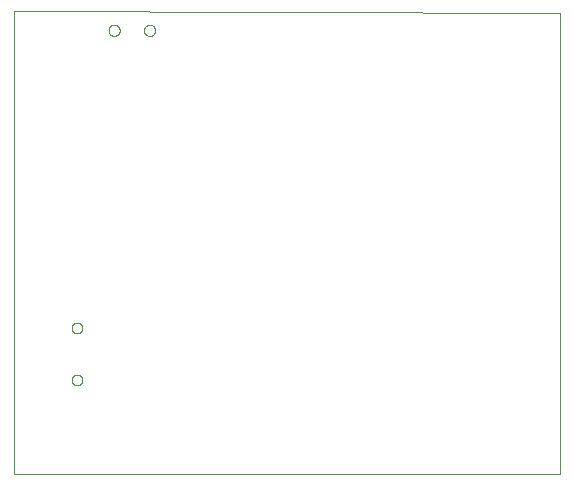
<source format=gbp>
G75*
%MOIN*%
%OFA0B0*%
%FSLAX25Y25*%
%IPPOS*%
%LPD*%
%AMOC8*
5,1,8,0,0,1.08239X$1,22.5*
%
%ADD10C,0.00000*%
D10*
X0013086Y0010868D02*
X0012813Y0165237D01*
X0194882Y0164778D01*
X0194985Y0010987D01*
X0013086Y0010868D01*
X0032137Y0042349D02*
X0032139Y0042433D01*
X0032145Y0042516D01*
X0032155Y0042599D01*
X0032169Y0042682D01*
X0032186Y0042764D01*
X0032208Y0042845D01*
X0032233Y0042924D01*
X0032262Y0043003D01*
X0032295Y0043080D01*
X0032331Y0043155D01*
X0032371Y0043229D01*
X0032414Y0043301D01*
X0032461Y0043370D01*
X0032511Y0043437D01*
X0032564Y0043502D01*
X0032620Y0043564D01*
X0032678Y0043624D01*
X0032740Y0043681D01*
X0032804Y0043734D01*
X0032871Y0043785D01*
X0032940Y0043832D01*
X0033011Y0043877D01*
X0033084Y0043917D01*
X0033159Y0043954D01*
X0033236Y0043988D01*
X0033314Y0044018D01*
X0033393Y0044044D01*
X0033474Y0044067D01*
X0033556Y0044085D01*
X0033638Y0044100D01*
X0033721Y0044111D01*
X0033804Y0044118D01*
X0033888Y0044121D01*
X0033972Y0044120D01*
X0034055Y0044115D01*
X0034139Y0044106D01*
X0034221Y0044093D01*
X0034303Y0044077D01*
X0034384Y0044056D01*
X0034465Y0044032D01*
X0034543Y0044004D01*
X0034621Y0043972D01*
X0034697Y0043936D01*
X0034771Y0043897D01*
X0034843Y0043855D01*
X0034913Y0043809D01*
X0034981Y0043760D01*
X0035046Y0043708D01*
X0035109Y0043653D01*
X0035169Y0043595D01*
X0035227Y0043534D01*
X0035281Y0043470D01*
X0035333Y0043404D01*
X0035381Y0043336D01*
X0035426Y0043265D01*
X0035467Y0043192D01*
X0035506Y0043118D01*
X0035540Y0043042D01*
X0035571Y0042964D01*
X0035598Y0042885D01*
X0035622Y0042804D01*
X0035641Y0042723D01*
X0035657Y0042641D01*
X0035669Y0042558D01*
X0035677Y0042474D01*
X0035681Y0042391D01*
X0035681Y0042307D01*
X0035677Y0042224D01*
X0035669Y0042140D01*
X0035657Y0042057D01*
X0035641Y0041975D01*
X0035622Y0041894D01*
X0035598Y0041813D01*
X0035571Y0041734D01*
X0035540Y0041656D01*
X0035506Y0041580D01*
X0035467Y0041506D01*
X0035426Y0041433D01*
X0035381Y0041362D01*
X0035333Y0041294D01*
X0035281Y0041228D01*
X0035227Y0041164D01*
X0035169Y0041103D01*
X0035109Y0041045D01*
X0035046Y0040990D01*
X0034981Y0040938D01*
X0034913Y0040889D01*
X0034843Y0040843D01*
X0034771Y0040801D01*
X0034697Y0040762D01*
X0034621Y0040726D01*
X0034543Y0040694D01*
X0034465Y0040666D01*
X0034384Y0040642D01*
X0034303Y0040621D01*
X0034221Y0040605D01*
X0034139Y0040592D01*
X0034055Y0040583D01*
X0033972Y0040578D01*
X0033888Y0040577D01*
X0033804Y0040580D01*
X0033721Y0040587D01*
X0033638Y0040598D01*
X0033556Y0040613D01*
X0033474Y0040631D01*
X0033393Y0040654D01*
X0033314Y0040680D01*
X0033236Y0040710D01*
X0033159Y0040744D01*
X0033084Y0040781D01*
X0033011Y0040821D01*
X0032940Y0040866D01*
X0032871Y0040913D01*
X0032804Y0040964D01*
X0032740Y0041017D01*
X0032678Y0041074D01*
X0032620Y0041134D01*
X0032564Y0041196D01*
X0032511Y0041261D01*
X0032461Y0041328D01*
X0032414Y0041397D01*
X0032371Y0041469D01*
X0032331Y0041543D01*
X0032295Y0041618D01*
X0032262Y0041695D01*
X0032233Y0041774D01*
X0032208Y0041853D01*
X0032186Y0041934D01*
X0032169Y0042016D01*
X0032155Y0042099D01*
X0032145Y0042182D01*
X0032139Y0042265D01*
X0032137Y0042349D01*
X0032137Y0059671D02*
X0032139Y0059755D01*
X0032145Y0059838D01*
X0032155Y0059921D01*
X0032169Y0060004D01*
X0032186Y0060086D01*
X0032208Y0060167D01*
X0032233Y0060246D01*
X0032262Y0060325D01*
X0032295Y0060402D01*
X0032331Y0060477D01*
X0032371Y0060551D01*
X0032414Y0060623D01*
X0032461Y0060692D01*
X0032511Y0060759D01*
X0032564Y0060824D01*
X0032620Y0060886D01*
X0032678Y0060946D01*
X0032740Y0061003D01*
X0032804Y0061056D01*
X0032871Y0061107D01*
X0032940Y0061154D01*
X0033011Y0061199D01*
X0033084Y0061239D01*
X0033159Y0061276D01*
X0033236Y0061310D01*
X0033314Y0061340D01*
X0033393Y0061366D01*
X0033474Y0061389D01*
X0033556Y0061407D01*
X0033638Y0061422D01*
X0033721Y0061433D01*
X0033804Y0061440D01*
X0033888Y0061443D01*
X0033972Y0061442D01*
X0034055Y0061437D01*
X0034139Y0061428D01*
X0034221Y0061415D01*
X0034303Y0061399D01*
X0034384Y0061378D01*
X0034465Y0061354D01*
X0034543Y0061326D01*
X0034621Y0061294D01*
X0034697Y0061258D01*
X0034771Y0061219D01*
X0034843Y0061177D01*
X0034913Y0061131D01*
X0034981Y0061082D01*
X0035046Y0061030D01*
X0035109Y0060975D01*
X0035169Y0060917D01*
X0035227Y0060856D01*
X0035281Y0060792D01*
X0035333Y0060726D01*
X0035381Y0060658D01*
X0035426Y0060587D01*
X0035467Y0060514D01*
X0035506Y0060440D01*
X0035540Y0060364D01*
X0035571Y0060286D01*
X0035598Y0060207D01*
X0035622Y0060126D01*
X0035641Y0060045D01*
X0035657Y0059963D01*
X0035669Y0059880D01*
X0035677Y0059796D01*
X0035681Y0059713D01*
X0035681Y0059629D01*
X0035677Y0059546D01*
X0035669Y0059462D01*
X0035657Y0059379D01*
X0035641Y0059297D01*
X0035622Y0059216D01*
X0035598Y0059135D01*
X0035571Y0059056D01*
X0035540Y0058978D01*
X0035506Y0058902D01*
X0035467Y0058828D01*
X0035426Y0058755D01*
X0035381Y0058684D01*
X0035333Y0058616D01*
X0035281Y0058550D01*
X0035227Y0058486D01*
X0035169Y0058425D01*
X0035109Y0058367D01*
X0035046Y0058312D01*
X0034981Y0058260D01*
X0034913Y0058211D01*
X0034843Y0058165D01*
X0034771Y0058123D01*
X0034697Y0058084D01*
X0034621Y0058048D01*
X0034543Y0058016D01*
X0034465Y0057988D01*
X0034384Y0057964D01*
X0034303Y0057943D01*
X0034221Y0057927D01*
X0034139Y0057914D01*
X0034055Y0057905D01*
X0033972Y0057900D01*
X0033888Y0057899D01*
X0033804Y0057902D01*
X0033721Y0057909D01*
X0033638Y0057920D01*
X0033556Y0057935D01*
X0033474Y0057953D01*
X0033393Y0057976D01*
X0033314Y0058002D01*
X0033236Y0058032D01*
X0033159Y0058066D01*
X0033084Y0058103D01*
X0033011Y0058143D01*
X0032940Y0058188D01*
X0032871Y0058235D01*
X0032804Y0058286D01*
X0032740Y0058339D01*
X0032678Y0058396D01*
X0032620Y0058456D01*
X0032564Y0058518D01*
X0032511Y0058583D01*
X0032461Y0058650D01*
X0032414Y0058719D01*
X0032371Y0058791D01*
X0032331Y0058865D01*
X0032295Y0058940D01*
X0032262Y0059017D01*
X0032233Y0059096D01*
X0032208Y0059175D01*
X0032186Y0059256D01*
X0032169Y0059338D01*
X0032155Y0059421D01*
X0032145Y0059504D01*
X0032139Y0059587D01*
X0032137Y0059671D01*
X0044435Y0158887D02*
X0044437Y0158973D01*
X0044443Y0159060D01*
X0044453Y0159145D01*
X0044467Y0159231D01*
X0044485Y0159315D01*
X0044506Y0159399D01*
X0044532Y0159481D01*
X0044561Y0159563D01*
X0044594Y0159642D01*
X0044631Y0159721D01*
X0044671Y0159797D01*
X0044715Y0159871D01*
X0044762Y0159944D01*
X0044813Y0160014D01*
X0044866Y0160082D01*
X0044923Y0160147D01*
X0044983Y0160209D01*
X0045045Y0160269D01*
X0045110Y0160326D01*
X0045178Y0160379D01*
X0045248Y0160430D01*
X0045321Y0160477D01*
X0045395Y0160521D01*
X0045471Y0160561D01*
X0045550Y0160598D01*
X0045629Y0160631D01*
X0045711Y0160660D01*
X0045793Y0160686D01*
X0045877Y0160707D01*
X0045961Y0160725D01*
X0046047Y0160739D01*
X0046132Y0160749D01*
X0046219Y0160755D01*
X0046305Y0160757D01*
X0046391Y0160755D01*
X0046478Y0160749D01*
X0046563Y0160739D01*
X0046649Y0160725D01*
X0046733Y0160707D01*
X0046817Y0160686D01*
X0046899Y0160660D01*
X0046981Y0160631D01*
X0047060Y0160598D01*
X0047139Y0160561D01*
X0047215Y0160521D01*
X0047289Y0160477D01*
X0047362Y0160430D01*
X0047432Y0160379D01*
X0047500Y0160326D01*
X0047565Y0160269D01*
X0047627Y0160209D01*
X0047687Y0160147D01*
X0047744Y0160082D01*
X0047797Y0160014D01*
X0047848Y0159944D01*
X0047895Y0159871D01*
X0047939Y0159797D01*
X0047979Y0159721D01*
X0048016Y0159642D01*
X0048049Y0159563D01*
X0048078Y0159481D01*
X0048104Y0159399D01*
X0048125Y0159315D01*
X0048143Y0159231D01*
X0048157Y0159145D01*
X0048167Y0159060D01*
X0048173Y0158973D01*
X0048175Y0158887D01*
X0048173Y0158801D01*
X0048167Y0158714D01*
X0048157Y0158629D01*
X0048143Y0158543D01*
X0048125Y0158459D01*
X0048104Y0158375D01*
X0048078Y0158293D01*
X0048049Y0158211D01*
X0048016Y0158132D01*
X0047979Y0158053D01*
X0047939Y0157977D01*
X0047895Y0157903D01*
X0047848Y0157830D01*
X0047797Y0157760D01*
X0047744Y0157692D01*
X0047687Y0157627D01*
X0047627Y0157565D01*
X0047565Y0157505D01*
X0047500Y0157448D01*
X0047432Y0157395D01*
X0047362Y0157344D01*
X0047289Y0157297D01*
X0047215Y0157253D01*
X0047139Y0157213D01*
X0047060Y0157176D01*
X0046981Y0157143D01*
X0046899Y0157114D01*
X0046817Y0157088D01*
X0046733Y0157067D01*
X0046649Y0157049D01*
X0046563Y0157035D01*
X0046478Y0157025D01*
X0046391Y0157019D01*
X0046305Y0157017D01*
X0046219Y0157019D01*
X0046132Y0157025D01*
X0046047Y0157035D01*
X0045961Y0157049D01*
X0045877Y0157067D01*
X0045793Y0157088D01*
X0045711Y0157114D01*
X0045629Y0157143D01*
X0045550Y0157176D01*
X0045471Y0157213D01*
X0045395Y0157253D01*
X0045321Y0157297D01*
X0045248Y0157344D01*
X0045178Y0157395D01*
X0045110Y0157448D01*
X0045045Y0157505D01*
X0044983Y0157565D01*
X0044923Y0157627D01*
X0044866Y0157692D01*
X0044813Y0157760D01*
X0044762Y0157830D01*
X0044715Y0157903D01*
X0044671Y0157977D01*
X0044631Y0158053D01*
X0044594Y0158132D01*
X0044561Y0158211D01*
X0044532Y0158293D01*
X0044506Y0158375D01*
X0044485Y0158459D01*
X0044467Y0158543D01*
X0044453Y0158629D01*
X0044443Y0158714D01*
X0044437Y0158801D01*
X0044435Y0158887D01*
X0056246Y0158887D02*
X0056248Y0158973D01*
X0056254Y0159060D01*
X0056264Y0159145D01*
X0056278Y0159231D01*
X0056296Y0159315D01*
X0056317Y0159399D01*
X0056343Y0159481D01*
X0056372Y0159563D01*
X0056405Y0159642D01*
X0056442Y0159721D01*
X0056482Y0159797D01*
X0056526Y0159871D01*
X0056573Y0159944D01*
X0056624Y0160014D01*
X0056677Y0160082D01*
X0056734Y0160147D01*
X0056794Y0160209D01*
X0056856Y0160269D01*
X0056921Y0160326D01*
X0056989Y0160379D01*
X0057059Y0160430D01*
X0057132Y0160477D01*
X0057206Y0160521D01*
X0057282Y0160561D01*
X0057361Y0160598D01*
X0057440Y0160631D01*
X0057522Y0160660D01*
X0057604Y0160686D01*
X0057688Y0160707D01*
X0057772Y0160725D01*
X0057858Y0160739D01*
X0057943Y0160749D01*
X0058030Y0160755D01*
X0058116Y0160757D01*
X0058202Y0160755D01*
X0058289Y0160749D01*
X0058374Y0160739D01*
X0058460Y0160725D01*
X0058544Y0160707D01*
X0058628Y0160686D01*
X0058710Y0160660D01*
X0058792Y0160631D01*
X0058871Y0160598D01*
X0058950Y0160561D01*
X0059026Y0160521D01*
X0059100Y0160477D01*
X0059173Y0160430D01*
X0059243Y0160379D01*
X0059311Y0160326D01*
X0059376Y0160269D01*
X0059438Y0160209D01*
X0059498Y0160147D01*
X0059555Y0160082D01*
X0059608Y0160014D01*
X0059659Y0159944D01*
X0059706Y0159871D01*
X0059750Y0159797D01*
X0059790Y0159721D01*
X0059827Y0159642D01*
X0059860Y0159563D01*
X0059889Y0159481D01*
X0059915Y0159399D01*
X0059936Y0159315D01*
X0059954Y0159231D01*
X0059968Y0159145D01*
X0059978Y0159060D01*
X0059984Y0158973D01*
X0059986Y0158887D01*
X0059984Y0158801D01*
X0059978Y0158714D01*
X0059968Y0158629D01*
X0059954Y0158543D01*
X0059936Y0158459D01*
X0059915Y0158375D01*
X0059889Y0158293D01*
X0059860Y0158211D01*
X0059827Y0158132D01*
X0059790Y0158053D01*
X0059750Y0157977D01*
X0059706Y0157903D01*
X0059659Y0157830D01*
X0059608Y0157760D01*
X0059555Y0157692D01*
X0059498Y0157627D01*
X0059438Y0157565D01*
X0059376Y0157505D01*
X0059311Y0157448D01*
X0059243Y0157395D01*
X0059173Y0157344D01*
X0059100Y0157297D01*
X0059026Y0157253D01*
X0058950Y0157213D01*
X0058871Y0157176D01*
X0058792Y0157143D01*
X0058710Y0157114D01*
X0058628Y0157088D01*
X0058544Y0157067D01*
X0058460Y0157049D01*
X0058374Y0157035D01*
X0058289Y0157025D01*
X0058202Y0157019D01*
X0058116Y0157017D01*
X0058030Y0157019D01*
X0057943Y0157025D01*
X0057858Y0157035D01*
X0057772Y0157049D01*
X0057688Y0157067D01*
X0057604Y0157088D01*
X0057522Y0157114D01*
X0057440Y0157143D01*
X0057361Y0157176D01*
X0057282Y0157213D01*
X0057206Y0157253D01*
X0057132Y0157297D01*
X0057059Y0157344D01*
X0056989Y0157395D01*
X0056921Y0157448D01*
X0056856Y0157505D01*
X0056794Y0157565D01*
X0056734Y0157627D01*
X0056677Y0157692D01*
X0056624Y0157760D01*
X0056573Y0157830D01*
X0056526Y0157903D01*
X0056482Y0157977D01*
X0056442Y0158053D01*
X0056405Y0158132D01*
X0056372Y0158211D01*
X0056343Y0158293D01*
X0056317Y0158375D01*
X0056296Y0158459D01*
X0056278Y0158543D01*
X0056264Y0158629D01*
X0056254Y0158714D01*
X0056248Y0158801D01*
X0056246Y0158887D01*
M02*

</source>
